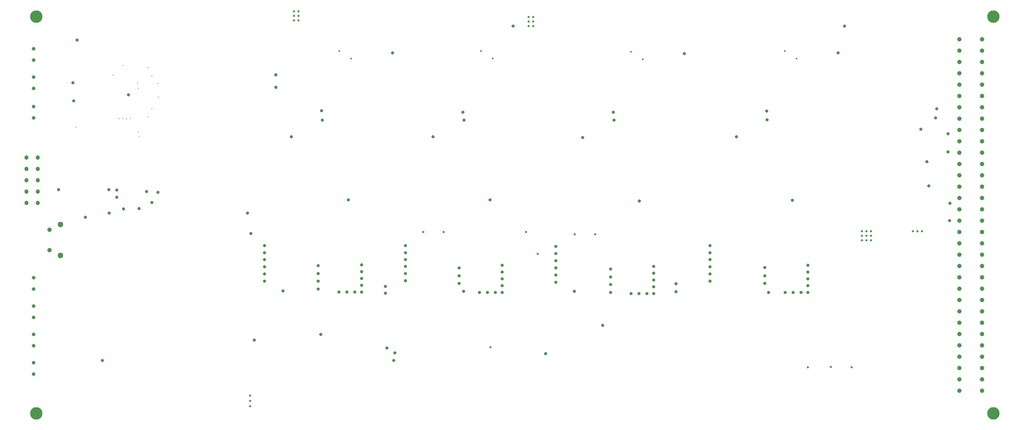
<source format=gbr>
G04 Layer_Color=0*
%FSLAX45Y45*%
%MOMM*%
%TF.FileFunction,Plated,1,4,PTH,Drill*%
%TF.Part,Single*%
G01*
G75*
%TA.AperFunction,OtherDrill,Pad Free-2 (25.57mm,15.549mm)*%
%ADD155C,2.80000*%
%TA.AperFunction,OtherDrill,Pad Free-2 (25.57mm,104.444mm)*%
%ADD156C,2.80000*%
%TA.AperFunction,OtherDrill,Pad Free-3 (79.248mm,91.44mm)*%
%ADD157C,0.76200*%
%TA.AperFunction,OtherDrill,Pad Free-4 (79.248mm,88.646mm)*%
%ADD158C,0.76200*%
%TA.AperFunction,ComponentDrill*%
%ADD159C,2.80000*%
%ADD160C,1.00000*%
%ADD161C,0.96520*%
%ADD162C,0.80000*%
%ADD163C,0.99000*%
%ADD164C,1.30000*%
%TA.AperFunction,ViaDrill,NotFilled*%
%ADD165C,0.50000*%
%ADD166C,0.71120*%
%ADD167C,0.38100*%
%ADD168C,0.25400*%
D155*
X2557000Y1554900D02*
D03*
D156*
Y10444400D02*
D03*
D157*
X7924800Y9144000D02*
D03*
D158*
Y8864600D02*
D03*
D159*
X24003000Y1555000D02*
D03*
Y10445000D02*
D03*
D160*
X23241000Y2063000D02*
D03*
Y2317000D02*
D03*
Y2571000D02*
D03*
Y2825000D02*
D03*
Y3079000D02*
D03*
Y3333000D02*
D03*
Y3587000D02*
D03*
Y3841000D02*
D03*
Y4095000D02*
D03*
Y4349000D02*
D03*
Y4603000D02*
D03*
Y4857000D02*
D03*
Y5111000D02*
D03*
Y5365000D02*
D03*
Y5619000D02*
D03*
Y5873000D02*
D03*
Y6127000D02*
D03*
Y6381000D02*
D03*
Y6635000D02*
D03*
Y6889000D02*
D03*
Y7143000D02*
D03*
Y7397000D02*
D03*
Y7651000D02*
D03*
Y7905000D02*
D03*
Y8159000D02*
D03*
Y8413000D02*
D03*
Y8667000D02*
D03*
Y8921000D02*
D03*
Y9175000D02*
D03*
Y9429000D02*
D03*
Y9683000D02*
D03*
Y9937000D02*
D03*
X23749001Y2063000D02*
D03*
Y2317000D02*
D03*
Y2571000D02*
D03*
Y2825000D02*
D03*
Y3079000D02*
D03*
Y3333000D02*
D03*
Y3587000D02*
D03*
Y3841000D02*
D03*
Y4095000D02*
D03*
Y4349000D02*
D03*
Y4603000D02*
D03*
Y4857000D02*
D03*
Y5111000D02*
D03*
Y5365000D02*
D03*
Y5619000D02*
D03*
Y5873000D02*
D03*
Y6127000D02*
D03*
Y6381000D02*
D03*
Y6635000D02*
D03*
Y6889000D02*
D03*
Y7143000D02*
D03*
Y7397000D02*
D03*
Y7651000D02*
D03*
Y7905000D02*
D03*
Y8159000D02*
D03*
Y8413000D02*
D03*
Y8667000D02*
D03*
Y8921000D02*
D03*
Y9175000D02*
D03*
Y9429000D02*
D03*
Y9683000D02*
D03*
Y9937000D02*
D03*
D161*
X2590801Y6273800D02*
D03*
X2336801D02*
D03*
X2590801Y6527800D02*
D03*
X2336801D02*
D03*
X2590801Y6781800D02*
D03*
X2336801D02*
D03*
Y7035800D02*
D03*
X2590801D02*
D03*
Y7289800D02*
D03*
X2336801D02*
D03*
D162*
X2492400Y2438400D02*
D03*
Y2692400D02*
D03*
Y3073400D02*
D03*
Y3327400D02*
D03*
Y3708400D02*
D03*
Y3962400D02*
D03*
Y4343400D02*
D03*
Y4597400D02*
D03*
Y8839200D02*
D03*
Y9093200D02*
D03*
Y8178800D02*
D03*
Y8432800D02*
D03*
Y9728200D02*
D03*
Y9474200D02*
D03*
D163*
X2847300Y5668600D02*
D03*
Y5218600D02*
D03*
D164*
X3096300Y5093100D02*
D03*
Y5794100D02*
D03*
D165*
X7346000Y1720000D02*
D03*
X7345000Y1839000D02*
D03*
X7344000Y1960000D02*
D03*
X19845000Y2589000D02*
D03*
X20359000Y2600000D02*
D03*
X20825999Y2594000D02*
D03*
X21056599Y5638800D02*
D03*
Y5537200D02*
D03*
X21055000Y5435000D02*
D03*
X21158200Y5638800D02*
D03*
Y5537200D02*
D03*
X21160001Y5435000D02*
D03*
X21260001D02*
D03*
X21259801Y5537200D02*
D03*
Y5638800D02*
D03*
X22402800D02*
D03*
X22301199D02*
D03*
X22199600D02*
D03*
X13589000Y10236200D02*
D03*
Y10439400D02*
D03*
Y10337800D02*
D03*
X13690601Y10439400D02*
D03*
Y10337800D02*
D03*
Y10236200D02*
D03*
X8432800Y10566400D02*
D03*
Y10464800D02*
D03*
Y10363200D02*
D03*
X8331200D02*
D03*
Y10464800D02*
D03*
Y10566400D02*
D03*
X13528000Y5626000D02*
D03*
X12728000Y3037000D02*
D03*
X15077000Y5569000D02*
D03*
X14622000Y5573000D02*
D03*
X13789999Y5134000D02*
D03*
X11684000Y5620000D02*
D03*
X11222000Y5624000D02*
D03*
D166*
X12842400Y4267200D02*
D03*
X12994800Y4724400D02*
D03*
Y4876800D02*
D03*
X12030000Y4820000D02*
D03*
X12130000Y4290000D02*
D03*
X12486800Y4267200D02*
D03*
X12664600D02*
D03*
X12994800Y4572000D02*
D03*
Y4419600D02*
D03*
Y4267200D02*
D03*
X20517000Y9636220D02*
D03*
X18245000Y7755401D02*
D03*
X17073000Y9619220D02*
D03*
X14800999Y7738401D02*
D03*
X11441000Y7751401D02*
D03*
X4357000Y6401000D02*
D03*
X5147000Y6282000D02*
D03*
X4862000Y6143000D02*
D03*
X4511000Y6135000D02*
D03*
X4188000Y6049000D02*
D03*
X4181000Y6566000D02*
D03*
X4623000Y8695000D02*
D03*
X5283000Y6512000D02*
D03*
X3055000Y6569000D02*
D03*
X4355000Y6565000D02*
D03*
X3471200Y9919400D02*
D03*
X3659000Y5952000D02*
D03*
X5026000Y6525000D02*
D03*
X8966200Y8128000D02*
D03*
X7289800Y6045200D02*
D03*
X7366000Y5588000D02*
D03*
X8269000Y7753401D02*
D03*
X10541000Y9634220D02*
D03*
X10414000Y3022600D02*
D03*
X7442200Y3200400D02*
D03*
X13970000Y2895600D02*
D03*
X10566400Y2743200D02*
D03*
X4038600D02*
D03*
X23018800Y5873801D02*
D03*
X23026401Y6262400D02*
D03*
X22987000Y7416800D02*
D03*
Y7823200D02*
D03*
X22555200Y6654800D02*
D03*
X22708800Y8177600D02*
D03*
X22378600Y7923600D02*
D03*
X22734200Y8383200D02*
D03*
X3389700Y8561000D02*
D03*
X3377000Y8967540D02*
D03*
X13238480Y10233660D02*
D03*
X20667979D02*
D03*
X12030000Y4470000D02*
D03*
Y4640000D02*
D03*
X9550000Y6340000D02*
D03*
X10590000Y2910000D02*
D03*
X8930000Y3327400D02*
D03*
X10380000Y4400000D02*
D03*
Y4250000D02*
D03*
X8080000Y4300000D02*
D03*
X9844800Y4277200D02*
D03*
Y4429600D02*
D03*
Y4582000D02*
D03*
X9514600Y4277200D02*
D03*
X9336800D02*
D03*
X9844800Y4886800D02*
D03*
Y4734400D02*
D03*
X9692400Y4277200D02*
D03*
X8870000Y4690000D02*
D03*
Y4520000D02*
D03*
Y4340000D02*
D03*
Y4870000D02*
D03*
X12722000Y6338000D02*
D03*
X12138200Y8126000D02*
D03*
X15498199D02*
D03*
X18928200Y8136000D02*
D03*
X10830000Y5320000D02*
D03*
Y5160000D02*
D03*
Y5000000D02*
D03*
Y4850000D02*
D03*
Y4690000D02*
D03*
Y4530000D02*
D03*
X7670000Y5320000D02*
D03*
Y5160000D02*
D03*
Y5000000D02*
D03*
Y4840000D02*
D03*
Y4680000D02*
D03*
Y4520000D02*
D03*
X14200000Y4500000D02*
D03*
Y4660000D02*
D03*
Y4820000D02*
D03*
Y4980000D02*
D03*
Y5140000D02*
D03*
Y5300000D02*
D03*
X17650000Y5320000D02*
D03*
Y5160000D02*
D03*
Y5000000D02*
D03*
Y4840000D02*
D03*
Y4680000D02*
D03*
Y4520000D02*
D03*
X16070000Y6320000D02*
D03*
X19500000Y6330000D02*
D03*
X15425200Y4613200D02*
D03*
Y4443200D02*
D03*
X16389999Y4240400D02*
D03*
Y4392800D02*
D03*
Y4545200D02*
D03*
X16059801Y4240400D02*
D03*
X15882001D02*
D03*
X15425200Y4263200D02*
D03*
Y4793200D02*
D03*
X16389999Y4850000D02*
D03*
Y4697600D02*
D03*
X16237601Y4240400D02*
D03*
X19687601Y4270400D02*
D03*
X19839999Y4727600D02*
D03*
Y4880000D02*
D03*
X18875200Y4823200D02*
D03*
X18960001Y4270000D02*
D03*
X19332001Y4270400D02*
D03*
X19509801D02*
D03*
X19839999Y4575200D02*
D03*
Y4422800D02*
D03*
Y4270400D02*
D03*
X18875200Y4473200D02*
D03*
Y4643200D02*
D03*
X15250000Y3530000D02*
D03*
X16889999Y4460000D02*
D03*
Y4280000D02*
D03*
X14610001Y4290000D02*
D03*
X8950000Y8340000D02*
D03*
X12110000Y8310000D02*
D03*
X15480000D02*
D03*
X18920000Y8330000D02*
D03*
X22510001Y7195000D02*
D03*
D167*
X19587360Y9509220D02*
D03*
X19323199Y9679400D02*
D03*
X16143359Y9492220D02*
D03*
X15879201Y9662400D02*
D03*
X12783360Y9505220D02*
D03*
X12519200Y9675400D02*
D03*
X9347200Y9677400D02*
D03*
X9611360Y9507220D02*
D03*
D168*
X3451000Y7970000D02*
D03*
X5288400Y8647800D02*
D03*
X5285400Y8951800D02*
D03*
X5144400Y9114800D02*
D03*
X4274400Y9133800D02*
D03*
X4505400Y9358800D02*
D03*
X5058400Y9306800D02*
D03*
X5148400Y8379800D02*
D03*
X5061400Y8201800D02*
D03*
X4862400Y7751800D02*
D03*
X4844400Y7863800D02*
D03*
X4576000Y8151000D02*
D03*
X4492000Y8161000D02*
D03*
X4406000Y8166000D02*
D03*
X4666400Y8168800D02*
D03*
X4825000Y8955000D02*
D03*
X4843400Y8842800D02*
D03*
%TF.MD5,b559838ddca29b5a4b73737422a3c242*%
M02*

</source>
